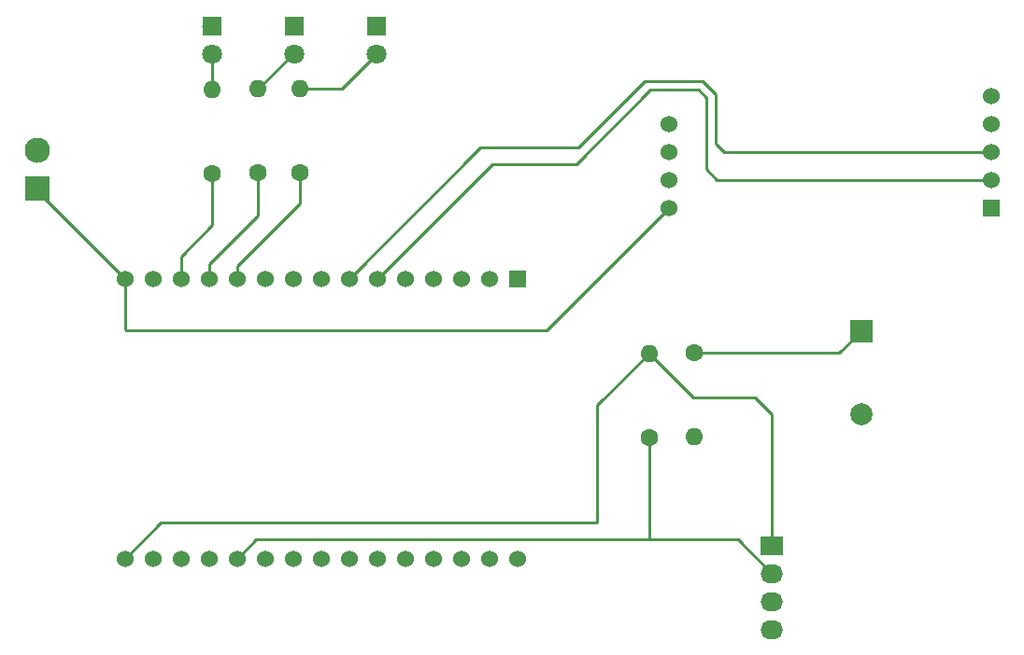
<source format=gbr>
%TF.GenerationSoftware,KiCad,Pcbnew,(5.1.9)-1*%
%TF.CreationDate,2021-03-06T00:16:47+01:00*%
%TF.ProjectId,CO2Sensor,434f3253-656e-4736-9f72-2e6b69636164,rev?*%
%TF.SameCoordinates,Original*%
%TF.FileFunction,Copper,L1,Top*%
%TF.FilePolarity,Positive*%
%FSLAX46Y46*%
G04 Gerber Fmt 4.6, Leading zero omitted, Abs format (unit mm)*
G04 Created by KiCad (PCBNEW (5.1.9)-1) date 2021-03-06 00:16:47*
%MOMM*%
%LPD*%
G01*
G04 APERTURE LIST*
%TA.AperFunction,ComponentPad*%
%ADD10C,1.600000*%
%TD*%
%TA.AperFunction,ComponentPad*%
%ADD11O,1.600000X1.600000*%
%TD*%
%TA.AperFunction,ComponentPad*%
%ADD12R,1.800000X1.800000*%
%TD*%
%TA.AperFunction,ComponentPad*%
%ADD13C,1.800000*%
%TD*%
%TA.AperFunction,ComponentPad*%
%ADD14R,2.300000X2.300000*%
%TD*%
%TA.AperFunction,ComponentPad*%
%ADD15C,2.300000*%
%TD*%
%TA.AperFunction,ComponentPad*%
%ADD16R,1.524000X1.524000*%
%TD*%
%TA.AperFunction,ComponentPad*%
%ADD17C,1.524000*%
%TD*%
%TA.AperFunction,ComponentPad*%
%ADD18O,2.032000X1.727200*%
%TD*%
%TA.AperFunction,ComponentPad*%
%ADD19R,2.032000X1.727200*%
%TD*%
%TA.AperFunction,ComponentPad*%
%ADD20R,2.000000X2.000000*%
%TD*%
%TA.AperFunction,ComponentPad*%
%ADD21C,2.000000*%
%TD*%
%TA.AperFunction,Conductor*%
%ADD22C,0.250000*%
%TD*%
G04 APERTURE END LIST*
D10*
%TO.P,R2,1*%
%TO.N,Net-(R2-Pad1)*%
X101117400Y-77317600D03*
D11*
%TO.P,R2,2*%
%TO.N,Net-(D1-Pad2)*%
X101117400Y-69697600D03*
%TD*%
D12*
%TO.P,D1,1*%
%TO.N,Net-(D1-Pad1)*%
X108064300Y-64008000D03*
D13*
%TO.P,D1,2*%
%TO.N,Net-(D1-Pad2)*%
X108064300Y-66548000D03*
%TD*%
%TO.P,D2,2*%
%TO.N,Net-(D2-Pad2)*%
X100584000Y-66509900D03*
D12*
%TO.P,D2,1*%
%TO.N,Net-(D1-Pad1)*%
X100584000Y-63969900D03*
%TD*%
%TO.P,D3,1*%
%TO.N,Net-(D1-Pad1)*%
X93179900Y-64008000D03*
D13*
%TO.P,D3,2*%
%TO.N,Net-(D3-Pad2)*%
X93179900Y-66548000D03*
%TD*%
D10*
%TO.P,R4,1*%
%TO.N,Net-(R4-Pad1)*%
X93167200Y-77381100D03*
D11*
%TO.P,R4,2*%
%TO.N,Net-(D3-Pad2)*%
X93167200Y-69761100D03*
%TD*%
%TO.P,R3,2*%
%TO.N,Net-(D2-Pad2)*%
X97282000Y-69697600D03*
D10*
%TO.P,R3,1*%
%TO.N,Net-(R3-Pad1)*%
X97282000Y-77317600D03*
%TD*%
D14*
%TO.P,J1,1*%
%TO.N,Net-(J1-Pad1)*%
X77279500Y-78752700D03*
D15*
%TO.P,J1,2*%
%TO.N,Net-(D1-Pad1)*%
X77279500Y-75252700D03*
%TD*%
D16*
%TO.P,U2,1*%
%TO.N,Net-(U2-Pad1)*%
X163766500Y-80518000D03*
D17*
%TO.P,U2,2*%
%TO.N,Net-(U1-Pad6)*%
X163766500Y-77978000D03*
%TO.P,U2,3*%
%TO.N,Net-(U1-Pad7)*%
X163766500Y-75438000D03*
%TO.P,U2,4*%
%TO.N,Net-(U2-Pad4)*%
X163766500Y-72898000D03*
%TO.P,U2,5*%
%TO.N,Net-(U2-Pad5)*%
X163766500Y-70358000D03*
%TO.P,U2,6*%
%TO.N,Net-(J1-Pad1)*%
X134556500Y-80518000D03*
%TO.P,U2,7*%
%TO.N,Net-(D1-Pad1)*%
X134556500Y-77978000D03*
%TO.P,U2,8*%
%TO.N,Net-(U2-Pad8)*%
X134556500Y-75438000D03*
%TO.P,U2,9*%
%TO.N,Net-(U2-Pad9)*%
X134556500Y-72898000D03*
%TD*%
D16*
%TO.P,U1,1*%
%TO.N,Net-(U1-Pad1)*%
X120789700Y-86931500D03*
D17*
%TO.P,U1,2*%
%TO.N,Net-(U1-Pad2)*%
X118249700Y-86931500D03*
%TO.P,U1,3*%
%TO.N,Net-(U1-Pad3)*%
X115709700Y-86931500D03*
%TO.P,U1,4*%
%TO.N,Net-(U1-Pad4)*%
X113169700Y-86931500D03*
%TO.P,U1,5*%
%TO.N,Net-(U1-Pad5)*%
X110629700Y-86931500D03*
%TO.P,U1,6*%
%TO.N,Net-(U1-Pad6)*%
X108089700Y-86931500D03*
%TO.P,U1,7*%
%TO.N,Net-(U1-Pad7)*%
X105549700Y-86931500D03*
%TO.P,U1,8*%
%TO.N,Net-(U1-Pad8)*%
X103009700Y-86931500D03*
%TO.P,U1,9*%
%TO.N,Net-(U1-Pad9)*%
X100469700Y-86931500D03*
%TO.P,U1,10*%
%TO.N,Net-(U1-Pad10)*%
X97929700Y-86931500D03*
%TO.P,U1,11*%
%TO.N,Net-(R2-Pad1)*%
X95389700Y-86931500D03*
%TO.P,U1,12*%
%TO.N,Net-(R3-Pad1)*%
X92849700Y-86931500D03*
%TO.P,U1,13*%
%TO.N,Net-(R4-Pad1)*%
X90309700Y-86931500D03*
%TO.P,U1,14*%
%TO.N,Net-(D1-Pad1)*%
X87769700Y-86931500D03*
%TO.P,U1,15*%
%TO.N,Net-(J1-Pad1)*%
X85229700Y-86931500D03*
%TO.P,U1,16*%
%TO.N,Net-(R1-Pad2)*%
X85229700Y-112331500D03*
%TO.P,U1,17*%
%TO.N,Net-(BZ1-Pad2)*%
X87769700Y-112331500D03*
%TO.P,U1,18*%
%TO.N,Net-(U1-Pad18)*%
X90309700Y-112331500D03*
%TO.P,U1,19*%
%TO.N,Net-(U1-Pad19)*%
X92849700Y-112331500D03*
%TO.P,U1,20*%
%TO.N,Net-(R1-Pad1)*%
X95389700Y-112331500D03*
%TO.P,U1,21*%
%TO.N,Net-(U1-Pad21)*%
X97929700Y-112331500D03*
%TO.P,U1,22*%
%TO.N,Net-(U1-Pad22)*%
X100469700Y-112331500D03*
%TO.P,U1,23*%
%TO.N,Net-(U1-Pad23)*%
X103009700Y-112331500D03*
%TO.P,U1,24*%
%TO.N,Net-(U1-Pad24)*%
X105549700Y-112331500D03*
%TO.P,U1,25*%
%TO.N,Net-(U1-Pad25)*%
X108089700Y-112331500D03*
%TO.P,U1,26*%
%TO.N,Net-(U1-Pad26)*%
X110629700Y-112331500D03*
%TO.P,U1,27*%
%TO.N,Net-(U1-Pad27)*%
X113169700Y-112331500D03*
%TO.P,U1,28*%
%TO.N,Net-(U1-Pad28)*%
X115709700Y-112331500D03*
%TO.P,U1,29*%
%TO.N,Net-(U1-Pad29)*%
X118249700Y-112331500D03*
%TO.P,U1,30*%
%TO.N,Net-(R5-Pad2)*%
X120789700Y-112331500D03*
%TD*%
D18*
%TO.P,TH1,4*%
%TO.N,Net-(BZ1-Pad2)*%
X143827500Y-118795800D03*
%TO.P,TH1,3*%
%TO.N,Net-(TH1-Pad3)*%
X143827500Y-116255800D03*
%TO.P,TH1,2*%
%TO.N,Net-(R1-Pad1)*%
X143827500Y-113715800D03*
D19*
%TO.P,TH1,1*%
%TO.N,Net-(R1-Pad2)*%
X143827500Y-111175800D03*
%TD*%
D11*
%TO.P,R1,2*%
%TO.N,Net-(R1-Pad2)*%
X132765800Y-93713300D03*
D10*
%TO.P,R1,1*%
%TO.N,Net-(R1-Pad1)*%
X132765800Y-101333300D03*
%TD*%
D20*
%TO.P,BZ1,1*%
%TO.N,Net-(BZ1-Pad1)*%
X151955500Y-91655900D03*
D21*
%TO.P,BZ1,2*%
%TO.N,Net-(BZ1-Pad2)*%
X151955500Y-99255900D03*
%TD*%
D10*
%TO.P,R5,1*%
%TO.N,Net-(BZ1-Pad1)*%
X136867900Y-93662500D03*
D11*
%TO.P,R5,2*%
%TO.N,Net-(R5-Pad2)*%
X136867900Y-101282500D03*
%TD*%
D22*
%TO.N,Net-(R1-Pad2)*%
X132765800Y-93713300D02*
X136766300Y-97713800D01*
X136766300Y-97713800D02*
X142303500Y-97713800D01*
X143827500Y-99237800D02*
X143827500Y-111175800D01*
X142303500Y-97713800D02*
X143827500Y-99237800D01*
X85229700Y-112331500D02*
X88506300Y-109054900D01*
X88506300Y-109054900D02*
X128054100Y-109054900D01*
X128054100Y-98425000D02*
X132765800Y-93713300D01*
X128054100Y-109054900D02*
X128054100Y-98425000D01*
%TO.N,Net-(R1-Pad1)*%
X95389700Y-112331500D02*
X97142300Y-110578900D01*
X140765998Y-110578900D02*
X144283898Y-114096800D01*
X132765800Y-110515400D02*
X132702300Y-110578900D01*
X132765800Y-101333300D02*
X132765800Y-110515400D01*
X132702300Y-110578900D02*
X140765998Y-110578900D01*
X97142300Y-110578900D02*
X132702300Y-110578900D01*
%TO.N,Net-(U1-Pad7)*%
X130924300Y-70383400D02*
X131038600Y-70269100D01*
X131038600Y-70269100D02*
X132334000Y-68973700D01*
X163728400Y-75476100D02*
X163766500Y-75438000D01*
X138747500Y-74650600D02*
X139573000Y-75476100D01*
X139573000Y-75476100D02*
X163728400Y-75476100D01*
X138747500Y-70154800D02*
X138747500Y-74650600D01*
X132334000Y-68973700D02*
X137566400Y-68973700D01*
X137566400Y-68973700D02*
X138747500Y-70154800D01*
X126288800Y-75018900D02*
X131038600Y-70269100D01*
X105549700Y-86931500D02*
X117462300Y-75018900D01*
X117462300Y-75018900D02*
X126288800Y-75018900D01*
%TO.N,Net-(U1-Pad6)*%
X137922000Y-70497700D02*
X137922000Y-77000100D01*
X137922000Y-77000100D02*
X138899900Y-77978000D01*
X126136400Y-76517500D02*
X132854700Y-69799200D01*
X137223500Y-69799200D02*
X137922000Y-70497700D01*
X138899900Y-77978000D02*
X163766500Y-77978000D01*
X132854700Y-69799200D02*
X137223500Y-69799200D01*
X108089700Y-86931500D02*
X118503700Y-76517500D01*
X118503700Y-76517500D02*
X126136400Y-76517500D01*
%TO.N,Net-(D1-Pad2)*%
X101117400Y-69697600D02*
X104914700Y-69697600D01*
X104914700Y-69697600D02*
X108064300Y-66548000D01*
%TO.N,Net-(D2-Pad2)*%
X100469700Y-66509900D02*
X100584000Y-66509900D01*
X97282000Y-69697600D02*
X100469700Y-66509900D01*
%TO.N,Net-(D3-Pad2)*%
X93167200Y-69761100D02*
X93167200Y-66560700D01*
X93167200Y-66560700D02*
X93179900Y-66548000D01*
%TO.N,Net-(R2-Pad1)*%
X100711000Y-77724000D02*
X101117400Y-77317600D01*
X95389700Y-86931500D02*
X95389700Y-85788500D01*
X101117400Y-80060800D02*
X101117400Y-77317600D01*
X95389700Y-85788500D02*
X101117400Y-80060800D01*
%TO.N,Net-(R3-Pad1)*%
X92849700Y-86931500D02*
X92849700Y-85636100D01*
X97282000Y-81203800D02*
X97282000Y-77317600D01*
X92849700Y-85636100D02*
X97282000Y-81203800D01*
%TO.N,Net-(R4-Pad1)*%
X90309700Y-86931500D02*
X90309700Y-84937600D01*
X93167200Y-82080100D02*
X93167200Y-77381100D01*
X90309700Y-84937600D02*
X93167200Y-82080100D01*
%TO.N,Net-(D1-Pad1)*%
X134556500Y-78028800D02*
X134556500Y-77978000D01*
X100622100Y-64008000D02*
X100584000Y-63969900D01*
X93179900Y-64008000D02*
X92290900Y-64008000D01*
X93218000Y-63969900D02*
X93179900Y-64008000D01*
%TO.N,Net-(J1-Pad1)*%
X77279500Y-78981300D02*
X85229700Y-86931500D01*
X77279500Y-78752700D02*
X77279500Y-78981300D01*
X85356700Y-91643200D02*
X123431300Y-91643200D01*
X123431300Y-91643200D02*
X134556500Y-80518000D01*
X85229700Y-91516200D02*
X85356700Y-91643200D01*
X85229700Y-86931500D02*
X85229700Y-91516200D01*
%TO.N,Net-(BZ1-Pad1)*%
X149948900Y-93662500D02*
X151955500Y-91655900D01*
X136867900Y-93662500D02*
X149948900Y-93662500D01*
%TD*%
M02*

</source>
